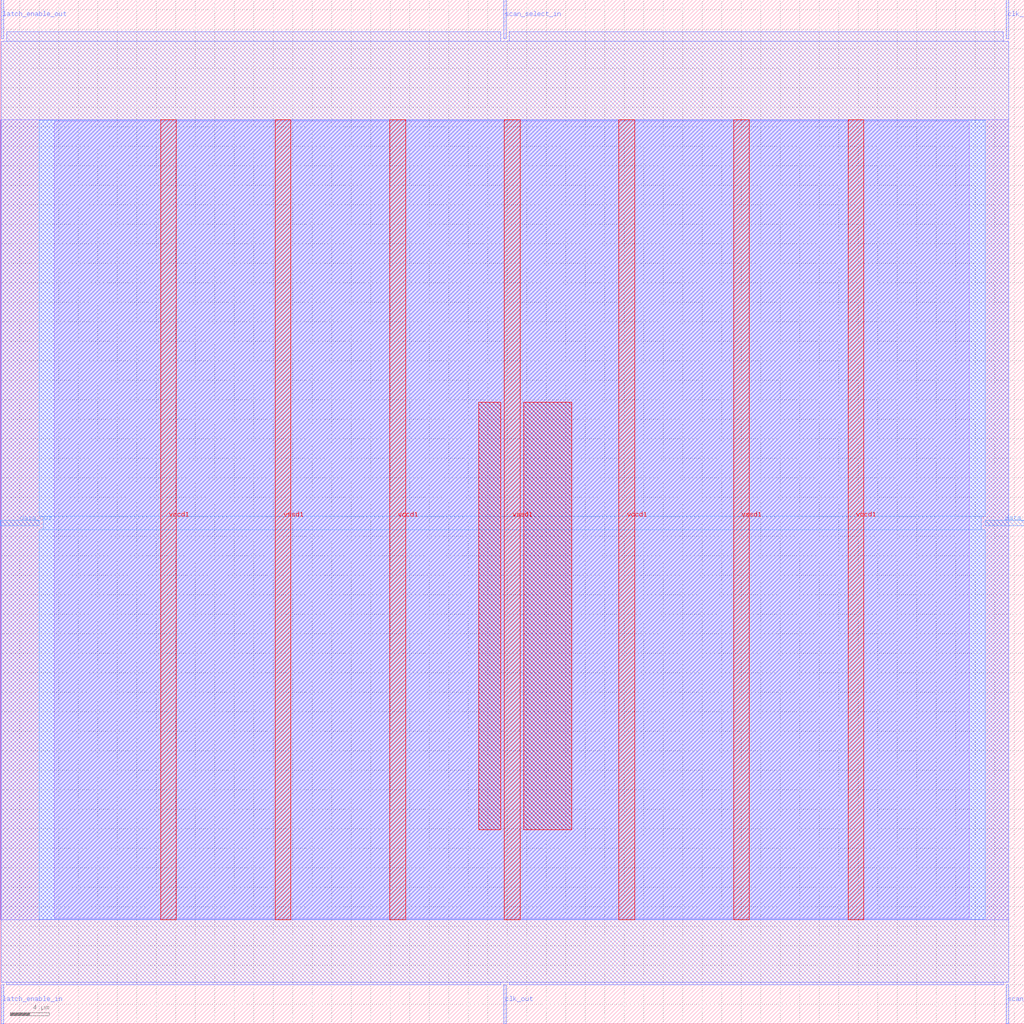
<source format=lef>
VERSION 5.7 ;
  NOWIREEXTENSIONATPIN ON ;
  DIVIDERCHAR "/" ;
  BUSBITCHARS "[]" ;
MACRO scan_wrapper_341382703379120723
  CLASS BLOCK ;
  FOREIGN scan_wrapper_341382703379120723 ;
  ORIGIN 0.000 0.000 ;
  SIZE 105.000 BY 105.000 ;
  PIN clk_in
    DIRECTION INPUT ;
    USE SIGNAL ;
    PORT
      LAYER met2 ;
        RECT 103.130 101.000 103.410 105.000 ;
    END
  END clk_in
  PIN clk_out
    DIRECTION OUTPUT TRISTATE ;
    USE SIGNAL ;
    PORT
      LAYER met2 ;
        RECT 51.610 0.000 51.890 4.000 ;
    END
  END clk_out
  PIN data_in
    DIRECTION INPUT ;
    USE SIGNAL ;
    PORT
      LAYER met3 ;
        RECT 101.000 51.040 105.000 51.640 ;
    END
  END data_in
  PIN data_out
    DIRECTION OUTPUT TRISTATE ;
    USE SIGNAL ;
    PORT
      LAYER met3 ;
        RECT 0.000 51.040 4.000 51.640 ;
    END
  END data_out
  PIN latch_enable_in
    DIRECTION INPUT ;
    USE SIGNAL ;
    PORT
      LAYER met2 ;
        RECT 0.090 0.000 0.370 4.000 ;
    END
  END latch_enable_in
  PIN latch_enable_out
    DIRECTION OUTPUT TRISTATE ;
    USE SIGNAL ;
    PORT
      LAYER met2 ;
        RECT 0.090 101.000 0.370 105.000 ;
    END
  END latch_enable_out
  PIN scan_select_in
    DIRECTION INPUT ;
    USE SIGNAL ;
    PORT
      LAYER met2 ;
        RECT 51.610 101.000 51.890 105.000 ;
    END
  END scan_select_in
  PIN scan_select_out
    DIRECTION OUTPUT TRISTATE ;
    USE SIGNAL ;
    PORT
      LAYER met2 ;
        RECT 103.130 0.000 103.410 4.000 ;
    END
  END scan_select_out
  PIN vccd1
    DIRECTION INOUT ;
    USE POWER ;
    PORT
      LAYER met4 ;
        RECT 16.465 10.640 18.065 92.720 ;
    END
    PORT
      LAYER met4 ;
        RECT 39.955 10.640 41.555 92.720 ;
    END
    PORT
      LAYER met4 ;
        RECT 63.445 10.640 65.045 92.720 ;
    END
    PORT
      LAYER met4 ;
        RECT 86.935 10.640 88.535 92.720 ;
    END
  END vccd1
  PIN vssd1
    DIRECTION INOUT ;
    USE GROUND ;
    PORT
      LAYER met4 ;
        RECT 28.210 10.640 29.810 92.720 ;
    END
    PORT
      LAYER met4 ;
        RECT 51.700 10.640 53.300 92.720 ;
    END
    PORT
      LAYER met4 ;
        RECT 75.190 10.640 76.790 92.720 ;
    END
  END vssd1
  OBS
      LAYER li1 ;
        RECT 5.520 10.795 99.360 92.565 ;
      LAYER met1 ;
        RECT 0.070 10.640 103.430 92.720 ;
      LAYER met2 ;
        RECT 0.650 100.720 51.330 101.730 ;
        RECT 52.170 100.720 102.850 101.730 ;
        RECT 0.100 4.280 103.400 100.720 ;
        RECT 0.650 4.000 51.330 4.280 ;
        RECT 52.170 4.000 102.850 4.280 ;
      LAYER met3 ;
        RECT 4.000 52.040 101.000 92.645 ;
        RECT 4.400 50.640 100.600 52.040 ;
        RECT 4.000 10.715 101.000 50.640 ;
      LAYER met4 ;
        RECT 49.055 19.895 51.300 63.745 ;
        RECT 53.700 19.895 58.585 63.745 ;
  END
END scan_wrapper_341382703379120723
END LIBRARY


</source>
